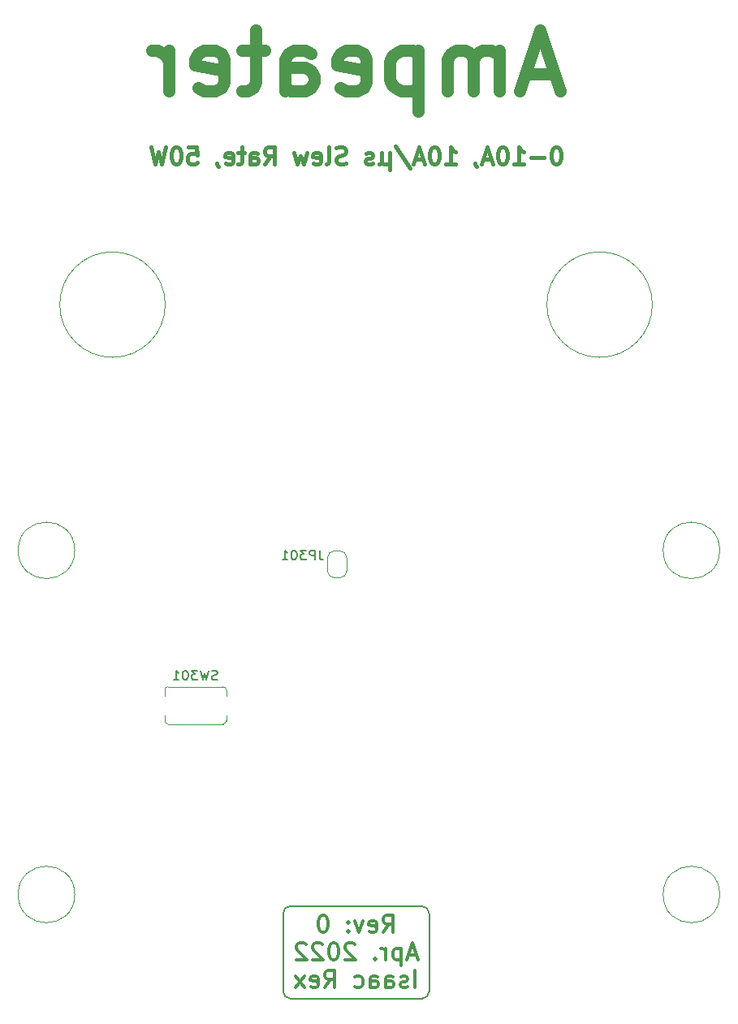
<source format=gbr>
%TF.GenerationSoftware,KiCad,Pcbnew,(6.0.4-0)*%
%TF.CreationDate,2022-04-10T17:45:33-05:00*%
%TF.ProjectId,Ampeater,416d7065-6174-4657-922e-6b696361645f,rev?*%
%TF.SameCoordinates,Original*%
%TF.FileFunction,Legend,Bot*%
%TF.FilePolarity,Positive*%
%FSLAX46Y46*%
G04 Gerber Fmt 4.6, Leading zero omitted, Abs format (unit mm)*
G04 Created by KiCad (PCBNEW (6.0.4-0)) date 2022-04-10 17:45:33*
%MOMM*%
%LPD*%
G01*
G04 APERTURE LIST*
%ADD10C,0.203200*%
%ADD11C,0.355600*%
%ADD12C,1.270000*%
%ADD13C,0.381000*%
%ADD14C,0.150000*%
%ADD15C,0.120000*%
G04 APERTURE END LIST*
D10*
X132842000Y-144241185D02*
X132842000Y-136113185D01*
X118364000Y-145003185D02*
X132080000Y-145003185D01*
X132080000Y-135351185D02*
X118364000Y-135351185D01*
X117602000Y-136113185D02*
X117602000Y-144241185D01*
X132080000Y-145003185D02*
G75*
G03*
X132842000Y-144241185I0J762000D01*
G01*
X132842000Y-136113185D02*
G75*
G03*
X132080000Y-135351185I-762000J0D01*
G01*
X118364000Y-135351185D02*
G75*
G03*
X117602000Y-136113185I0J-762000D01*
G01*
X117602000Y-144241185D02*
G75*
G03*
X118364000Y-145003185I762000J0D01*
G01*
D11*
X128058333Y-138118938D02*
X128651000Y-137272271D01*
X129074333Y-138118938D02*
X129074333Y-136340938D01*
X128397000Y-136340938D01*
X128227666Y-136425605D01*
X128143000Y-136510271D01*
X128058333Y-136679605D01*
X128058333Y-136933605D01*
X128143000Y-137102938D01*
X128227666Y-137187605D01*
X128397000Y-137272271D01*
X129074333Y-137272271D01*
X126619000Y-138034271D02*
X126788333Y-138118938D01*
X127127000Y-138118938D01*
X127296333Y-138034271D01*
X127381000Y-137864938D01*
X127381000Y-137187605D01*
X127296333Y-137018271D01*
X127127000Y-136933605D01*
X126788333Y-136933605D01*
X126619000Y-137018271D01*
X126534333Y-137187605D01*
X126534333Y-137356938D01*
X127381000Y-137526271D01*
X125941666Y-136933605D02*
X125518333Y-138118938D01*
X125095000Y-136933605D01*
X124417666Y-137949605D02*
X124333000Y-138034271D01*
X124417666Y-138118938D01*
X124502333Y-138034271D01*
X124417666Y-137949605D01*
X124417666Y-138118938D01*
X124417666Y-137018271D02*
X124333000Y-137102938D01*
X124417666Y-137187605D01*
X124502333Y-137102938D01*
X124417666Y-137018271D01*
X124417666Y-137187605D01*
X121877666Y-136340938D02*
X121708333Y-136340938D01*
X121539000Y-136425605D01*
X121454333Y-136510271D01*
X121369666Y-136679605D01*
X121285000Y-137018271D01*
X121285000Y-137441605D01*
X121369666Y-137780271D01*
X121454333Y-137949605D01*
X121539000Y-138034271D01*
X121708333Y-138118938D01*
X121877666Y-138118938D01*
X122047000Y-138034271D01*
X122131666Y-137949605D01*
X122216333Y-137780271D01*
X122301000Y-137441605D01*
X122301000Y-137018271D01*
X122216333Y-136679605D01*
X122131666Y-136510271D01*
X122047000Y-136425605D01*
X121877666Y-136340938D01*
X131487333Y-140473518D02*
X130640666Y-140473518D01*
X131656666Y-140981518D02*
X131064000Y-139203518D01*
X130471333Y-140981518D01*
X129878666Y-139796185D02*
X129878666Y-141574185D01*
X129878666Y-139880851D02*
X129709333Y-139796185D01*
X129370666Y-139796185D01*
X129201333Y-139880851D01*
X129116666Y-139965518D01*
X129032000Y-140134851D01*
X129032000Y-140642851D01*
X129116666Y-140812185D01*
X129201333Y-140896851D01*
X129370666Y-140981518D01*
X129709333Y-140981518D01*
X129878666Y-140896851D01*
X128270000Y-140981518D02*
X128270000Y-139796185D01*
X128270000Y-140134851D02*
X128185333Y-139965518D01*
X128100666Y-139880851D01*
X127931333Y-139796185D01*
X127762000Y-139796185D01*
X127169333Y-140812185D02*
X127084666Y-140896851D01*
X127169333Y-140981518D01*
X127254000Y-140896851D01*
X127169333Y-140812185D01*
X127169333Y-140981518D01*
X125052666Y-139372851D02*
X124968000Y-139288185D01*
X124798666Y-139203518D01*
X124375333Y-139203518D01*
X124206000Y-139288185D01*
X124121333Y-139372851D01*
X124036666Y-139542185D01*
X124036666Y-139711518D01*
X124121333Y-139965518D01*
X125137333Y-140981518D01*
X124036666Y-140981518D01*
X122936000Y-139203518D02*
X122766666Y-139203518D01*
X122597333Y-139288185D01*
X122512666Y-139372851D01*
X122428000Y-139542185D01*
X122343333Y-139880851D01*
X122343333Y-140304185D01*
X122428000Y-140642851D01*
X122512666Y-140812185D01*
X122597333Y-140896851D01*
X122766666Y-140981518D01*
X122936000Y-140981518D01*
X123105333Y-140896851D01*
X123190000Y-140812185D01*
X123274666Y-140642851D01*
X123359333Y-140304185D01*
X123359333Y-139880851D01*
X123274666Y-139542185D01*
X123190000Y-139372851D01*
X123105333Y-139288185D01*
X122936000Y-139203518D01*
X121666000Y-139372851D02*
X121581333Y-139288185D01*
X121412000Y-139203518D01*
X120988666Y-139203518D01*
X120819333Y-139288185D01*
X120734666Y-139372851D01*
X120650000Y-139542185D01*
X120650000Y-139711518D01*
X120734666Y-139965518D01*
X121750666Y-140981518D01*
X120650000Y-140981518D01*
X119972666Y-139372851D02*
X119888000Y-139288185D01*
X119718666Y-139203518D01*
X119295333Y-139203518D01*
X119126000Y-139288185D01*
X119041333Y-139372851D01*
X118956666Y-139542185D01*
X118956666Y-139711518D01*
X119041333Y-139965518D01*
X120057333Y-140981518D01*
X118956666Y-140981518D01*
X131360333Y-143844098D02*
X131360333Y-142066098D01*
X130598333Y-143759431D02*
X130429000Y-143844098D01*
X130090333Y-143844098D01*
X129921000Y-143759431D01*
X129836333Y-143590098D01*
X129836333Y-143505431D01*
X129921000Y-143336098D01*
X130090333Y-143251431D01*
X130344333Y-143251431D01*
X130513666Y-143166765D01*
X130598333Y-142997431D01*
X130598333Y-142912765D01*
X130513666Y-142743431D01*
X130344333Y-142658765D01*
X130090333Y-142658765D01*
X129921000Y-142743431D01*
X128312333Y-143844098D02*
X128312333Y-142912765D01*
X128397000Y-142743431D01*
X128566333Y-142658765D01*
X128905000Y-142658765D01*
X129074333Y-142743431D01*
X128312333Y-143759431D02*
X128481666Y-143844098D01*
X128905000Y-143844098D01*
X129074333Y-143759431D01*
X129159000Y-143590098D01*
X129159000Y-143420765D01*
X129074333Y-143251431D01*
X128905000Y-143166765D01*
X128481666Y-143166765D01*
X128312333Y-143082098D01*
X126703666Y-143844098D02*
X126703666Y-142912765D01*
X126788333Y-142743431D01*
X126957666Y-142658765D01*
X127296333Y-142658765D01*
X127465666Y-142743431D01*
X126703666Y-143759431D02*
X126873000Y-143844098D01*
X127296333Y-143844098D01*
X127465666Y-143759431D01*
X127550333Y-143590098D01*
X127550333Y-143420765D01*
X127465666Y-143251431D01*
X127296333Y-143166765D01*
X126873000Y-143166765D01*
X126703666Y-143082098D01*
X125095000Y-143759431D02*
X125264333Y-143844098D01*
X125603000Y-143844098D01*
X125772333Y-143759431D01*
X125857000Y-143674765D01*
X125941666Y-143505431D01*
X125941666Y-142997431D01*
X125857000Y-142828098D01*
X125772333Y-142743431D01*
X125603000Y-142658765D01*
X125264333Y-142658765D01*
X125095000Y-142743431D01*
X121962333Y-143844098D02*
X122555000Y-142997431D01*
X122978333Y-143844098D02*
X122978333Y-142066098D01*
X122301000Y-142066098D01*
X122131666Y-142150765D01*
X122047000Y-142235431D01*
X121962333Y-142404765D01*
X121962333Y-142658765D01*
X122047000Y-142828098D01*
X122131666Y-142912765D01*
X122301000Y-142997431D01*
X122978333Y-142997431D01*
X120523000Y-143759431D02*
X120692333Y-143844098D01*
X121031000Y-143844098D01*
X121200333Y-143759431D01*
X121285000Y-143590098D01*
X121285000Y-142912765D01*
X121200333Y-142743431D01*
X121031000Y-142658765D01*
X120692333Y-142658765D01*
X120523000Y-142743431D01*
X120438333Y-142912765D01*
X120438333Y-143082098D01*
X121285000Y-143251431D01*
X119845666Y-143844098D02*
X118914333Y-142658765D01*
X119845666Y-142658765D02*
X118914333Y-143844098D01*
D12*
X145935095Y-48556333D02*
X142911285Y-48556333D01*
X146539857Y-50370619D02*
X144423190Y-44020619D01*
X142306523Y-50370619D01*
X140189857Y-50370619D02*
X140189857Y-46137285D01*
X140189857Y-46742047D02*
X139887476Y-46439666D01*
X139282714Y-46137285D01*
X138375571Y-46137285D01*
X137770809Y-46439666D01*
X137468428Y-47044428D01*
X137468428Y-50370619D01*
X137468428Y-47044428D02*
X137166047Y-46439666D01*
X136561285Y-46137285D01*
X135654142Y-46137285D01*
X135049380Y-46439666D01*
X134747000Y-47044428D01*
X134747000Y-50370619D01*
X131723190Y-46137285D02*
X131723190Y-52487285D01*
X131723190Y-46439666D02*
X131118428Y-46137285D01*
X129908904Y-46137285D01*
X129304142Y-46439666D01*
X129001761Y-46742047D01*
X128699380Y-47346809D01*
X128699380Y-49161095D01*
X129001761Y-49765857D01*
X129304142Y-50068238D01*
X129908904Y-50370619D01*
X131118428Y-50370619D01*
X131723190Y-50068238D01*
X123558904Y-50068238D02*
X124163666Y-50370619D01*
X125373190Y-50370619D01*
X125977952Y-50068238D01*
X126280333Y-49463476D01*
X126280333Y-47044428D01*
X125977952Y-46439666D01*
X125373190Y-46137285D01*
X124163666Y-46137285D01*
X123558904Y-46439666D01*
X123256523Y-47044428D01*
X123256523Y-47649190D01*
X126280333Y-48253952D01*
X117813666Y-50370619D02*
X117813666Y-47044428D01*
X118116047Y-46439666D01*
X118720809Y-46137285D01*
X119930333Y-46137285D01*
X120535095Y-46439666D01*
X117813666Y-50068238D02*
X118418428Y-50370619D01*
X119930333Y-50370619D01*
X120535095Y-50068238D01*
X120837476Y-49463476D01*
X120837476Y-48858714D01*
X120535095Y-48253952D01*
X119930333Y-47951571D01*
X118418428Y-47951571D01*
X117813666Y-47649190D01*
X115697000Y-46137285D02*
X113277952Y-46137285D01*
X114789857Y-44020619D02*
X114789857Y-49463476D01*
X114487476Y-50068238D01*
X113882714Y-50370619D01*
X113277952Y-50370619D01*
X108742238Y-50068238D02*
X109347000Y-50370619D01*
X110556523Y-50370619D01*
X111161285Y-50068238D01*
X111463666Y-49463476D01*
X111463666Y-47044428D01*
X111161285Y-46439666D01*
X110556523Y-46137285D01*
X109347000Y-46137285D01*
X108742238Y-46439666D01*
X108439857Y-47044428D01*
X108439857Y-47649190D01*
X111463666Y-48253952D01*
X105718428Y-50370619D02*
X105718428Y-46137285D01*
X105718428Y-47346809D02*
X105416047Y-46742047D01*
X105113666Y-46439666D01*
X104508904Y-46137285D01*
X103904142Y-46137285D01*
D13*
X146134666Y-56176333D02*
X145965333Y-56176333D01*
X145796000Y-56261000D01*
X145711333Y-56345666D01*
X145626666Y-56515000D01*
X145542000Y-56853666D01*
X145542000Y-57277000D01*
X145626666Y-57615666D01*
X145711333Y-57785000D01*
X145796000Y-57869666D01*
X145965333Y-57954333D01*
X146134666Y-57954333D01*
X146304000Y-57869666D01*
X146388666Y-57785000D01*
X146473333Y-57615666D01*
X146558000Y-57277000D01*
X146558000Y-56853666D01*
X146473333Y-56515000D01*
X146388666Y-56345666D01*
X146304000Y-56261000D01*
X146134666Y-56176333D01*
X144780000Y-57277000D02*
X143425333Y-57277000D01*
X141647333Y-57954333D02*
X142663333Y-57954333D01*
X142155333Y-57954333D02*
X142155333Y-56176333D01*
X142324666Y-56430333D01*
X142494000Y-56599666D01*
X142663333Y-56684333D01*
X140546666Y-56176333D02*
X140377333Y-56176333D01*
X140208000Y-56261000D01*
X140123333Y-56345666D01*
X140038666Y-56515000D01*
X139954000Y-56853666D01*
X139954000Y-57277000D01*
X140038666Y-57615666D01*
X140123333Y-57785000D01*
X140208000Y-57869666D01*
X140377333Y-57954333D01*
X140546666Y-57954333D01*
X140716000Y-57869666D01*
X140800666Y-57785000D01*
X140885333Y-57615666D01*
X140970000Y-57277000D01*
X140970000Y-56853666D01*
X140885333Y-56515000D01*
X140800666Y-56345666D01*
X140716000Y-56261000D01*
X140546666Y-56176333D01*
X139276666Y-57446333D02*
X138430000Y-57446333D01*
X139446000Y-57954333D02*
X138853333Y-56176333D01*
X138260666Y-57954333D01*
X137583333Y-57869666D02*
X137583333Y-57954333D01*
X137668000Y-58123666D01*
X137752666Y-58208333D01*
X134535333Y-57954333D02*
X135551333Y-57954333D01*
X135043333Y-57954333D02*
X135043333Y-56176333D01*
X135212666Y-56430333D01*
X135382000Y-56599666D01*
X135551333Y-56684333D01*
X133434666Y-56176333D02*
X133265333Y-56176333D01*
X133095999Y-56261000D01*
X133011333Y-56345666D01*
X132926666Y-56515000D01*
X132841999Y-56853666D01*
X132841999Y-57277000D01*
X132926666Y-57615666D01*
X133011333Y-57785000D01*
X133095999Y-57869666D01*
X133265333Y-57954333D01*
X133434666Y-57954333D01*
X133603999Y-57869666D01*
X133688666Y-57785000D01*
X133773333Y-57615666D01*
X133857999Y-57277000D01*
X133857999Y-56853666D01*
X133773333Y-56515000D01*
X133688666Y-56345666D01*
X133603999Y-56261000D01*
X133434666Y-56176333D01*
X132164666Y-57446333D02*
X131318000Y-57446333D01*
X132334000Y-57954333D02*
X131741333Y-56176333D01*
X131148666Y-57954333D01*
X129286000Y-56091666D02*
X130810000Y-58377666D01*
X128693333Y-56769000D02*
X128693333Y-58547000D01*
X127846666Y-57700333D02*
X127761999Y-57869666D01*
X127592666Y-57954333D01*
X128693333Y-57700333D02*
X128608666Y-57869666D01*
X128439333Y-57954333D01*
X128100666Y-57954333D01*
X127931333Y-57869666D01*
X127846666Y-57700333D01*
X127846666Y-56769000D01*
X126915333Y-57869666D02*
X126745999Y-57954333D01*
X126407333Y-57954333D01*
X126237999Y-57869666D01*
X126153333Y-57700333D01*
X126153333Y-57615666D01*
X126237999Y-57446333D01*
X126407333Y-57361666D01*
X126661333Y-57361666D01*
X126830666Y-57277000D01*
X126915333Y-57107666D01*
X126915333Y-57023000D01*
X126830666Y-56853666D01*
X126661333Y-56769000D01*
X126407333Y-56769000D01*
X126237999Y-56853666D01*
X124121333Y-57869666D02*
X123867333Y-57954333D01*
X123443999Y-57954333D01*
X123274666Y-57869666D01*
X123189999Y-57785000D01*
X123105333Y-57615666D01*
X123105333Y-57446333D01*
X123189999Y-57277000D01*
X123274666Y-57192333D01*
X123443999Y-57107666D01*
X123782666Y-57023000D01*
X123951999Y-56938333D01*
X124036666Y-56853666D01*
X124121333Y-56684333D01*
X124121333Y-56515000D01*
X124036666Y-56345666D01*
X123951999Y-56261000D01*
X123782666Y-56176333D01*
X123359333Y-56176333D01*
X123105333Y-56261000D01*
X122089333Y-57954333D02*
X122258666Y-57869666D01*
X122343333Y-57700333D01*
X122343333Y-56176333D01*
X120734666Y-57869666D02*
X120904000Y-57954333D01*
X121242666Y-57954333D01*
X121412000Y-57869666D01*
X121496666Y-57700333D01*
X121496666Y-57023000D01*
X121412000Y-56853666D01*
X121242666Y-56769000D01*
X120904000Y-56769000D01*
X120734666Y-56853666D01*
X120650000Y-57023000D01*
X120650000Y-57192333D01*
X121496666Y-57361666D01*
X120057333Y-56769000D02*
X119718666Y-57954333D01*
X119379999Y-57107666D01*
X119041333Y-57954333D01*
X118702666Y-56769000D01*
X115654666Y-57954333D02*
X116247333Y-57107666D01*
X116670666Y-57954333D02*
X116670666Y-56176333D01*
X115993333Y-56176333D01*
X115824000Y-56261000D01*
X115739333Y-56345666D01*
X115654666Y-56515000D01*
X115654666Y-56769000D01*
X115739333Y-56938333D01*
X115824000Y-57023000D01*
X115993333Y-57107666D01*
X116670666Y-57107666D01*
X114130666Y-57954333D02*
X114130666Y-57023000D01*
X114215333Y-56853666D01*
X114384666Y-56769000D01*
X114723333Y-56769000D01*
X114892666Y-56853666D01*
X114130666Y-57869666D02*
X114300000Y-57954333D01*
X114723333Y-57954333D01*
X114892666Y-57869666D01*
X114977333Y-57700333D01*
X114977333Y-57531000D01*
X114892666Y-57361666D01*
X114723333Y-57277000D01*
X114300000Y-57277000D01*
X114130666Y-57192333D01*
X113538000Y-56769000D02*
X112860666Y-56769000D01*
X113284000Y-56176333D02*
X113284000Y-57700333D01*
X113199333Y-57869666D01*
X113030000Y-57954333D01*
X112860666Y-57954333D01*
X111590666Y-57869666D02*
X111760000Y-57954333D01*
X112098666Y-57954333D01*
X112268000Y-57869666D01*
X112352666Y-57700333D01*
X112352666Y-57023000D01*
X112268000Y-56853666D01*
X112098666Y-56769000D01*
X111760000Y-56769000D01*
X111590666Y-56853666D01*
X111506000Y-57023000D01*
X111506000Y-57192333D01*
X112352666Y-57361666D01*
X110659333Y-57869666D02*
X110659333Y-57954333D01*
X110744000Y-58123666D01*
X110828666Y-58208333D01*
X107696000Y-56176333D02*
X108542666Y-56176333D01*
X108627333Y-57023000D01*
X108542666Y-56938333D01*
X108373333Y-56853666D01*
X107950000Y-56853666D01*
X107780666Y-56938333D01*
X107696000Y-57023000D01*
X107611333Y-57192333D01*
X107611333Y-57615666D01*
X107696000Y-57785000D01*
X107780666Y-57869666D01*
X107950000Y-57954333D01*
X108373333Y-57954333D01*
X108542666Y-57869666D01*
X108627333Y-57785000D01*
X106510666Y-56176333D02*
X106341333Y-56176333D01*
X106172000Y-56261000D01*
X106087333Y-56345666D01*
X106002666Y-56515000D01*
X105918000Y-56853666D01*
X105918000Y-57277000D01*
X106002666Y-57615666D01*
X106087333Y-57785000D01*
X106172000Y-57869666D01*
X106341333Y-57954333D01*
X106510666Y-57954333D01*
X106680000Y-57869666D01*
X106764666Y-57785000D01*
X106849333Y-57615666D01*
X106934000Y-57277000D01*
X106934000Y-56853666D01*
X106849333Y-56515000D01*
X106764666Y-56345666D01*
X106680000Y-56261000D01*
X106510666Y-56176333D01*
X105325333Y-56176333D02*
X104902000Y-57954333D01*
X104563333Y-56684333D01*
X104224666Y-57954333D01*
X103801333Y-56176333D01*
D14*
%TO.C,SW301*%
X110743714Y-111741861D02*
X110600857Y-111789480D01*
X110362761Y-111789480D01*
X110267523Y-111741861D01*
X110219904Y-111694242D01*
X110172285Y-111599004D01*
X110172285Y-111503766D01*
X110219904Y-111408528D01*
X110267523Y-111360909D01*
X110362761Y-111313290D01*
X110553238Y-111265671D01*
X110648476Y-111218052D01*
X110696095Y-111170433D01*
X110743714Y-111075195D01*
X110743714Y-110979957D01*
X110696095Y-110884719D01*
X110648476Y-110837100D01*
X110553238Y-110789480D01*
X110315142Y-110789480D01*
X110172285Y-110837100D01*
X109838952Y-110789480D02*
X109600857Y-111789480D01*
X109410380Y-111075195D01*
X109219904Y-111789480D01*
X108981809Y-110789480D01*
X108696095Y-110789480D02*
X108077047Y-110789480D01*
X108410380Y-111170433D01*
X108267523Y-111170433D01*
X108172285Y-111218052D01*
X108124666Y-111265671D01*
X108077047Y-111360909D01*
X108077047Y-111599004D01*
X108124666Y-111694242D01*
X108172285Y-111741861D01*
X108267523Y-111789480D01*
X108553238Y-111789480D01*
X108648476Y-111741861D01*
X108696095Y-111694242D01*
X107458000Y-110789480D02*
X107362761Y-110789480D01*
X107267523Y-110837100D01*
X107219904Y-110884719D01*
X107172285Y-110979957D01*
X107124666Y-111170433D01*
X107124666Y-111408528D01*
X107172285Y-111599004D01*
X107219904Y-111694242D01*
X107267523Y-111741861D01*
X107362761Y-111789480D01*
X107458000Y-111789480D01*
X107553238Y-111741861D01*
X107600857Y-111694242D01*
X107648476Y-111599004D01*
X107696095Y-111408528D01*
X107696095Y-111170433D01*
X107648476Y-110979957D01*
X107600857Y-110884719D01*
X107553238Y-110837100D01*
X107458000Y-110789480D01*
X106172285Y-111789480D02*
X106743714Y-111789480D01*
X106458000Y-111789480D02*
X106458000Y-110789480D01*
X106553238Y-110932338D01*
X106648476Y-111027576D01*
X106743714Y-111075195D01*
%TO.C,JP301*%
X121419714Y-98258380D02*
X121419714Y-98972666D01*
X121467333Y-99115523D01*
X121562571Y-99210761D01*
X121705428Y-99258380D01*
X121800666Y-99258380D01*
X120943523Y-99258380D02*
X120943523Y-98258380D01*
X120562571Y-98258380D01*
X120467333Y-98306000D01*
X120419714Y-98353619D01*
X120372095Y-98448857D01*
X120372095Y-98591714D01*
X120419714Y-98686952D01*
X120467333Y-98734571D01*
X120562571Y-98782190D01*
X120943523Y-98782190D01*
X120038761Y-98258380D02*
X119419714Y-98258380D01*
X119753047Y-98639333D01*
X119610190Y-98639333D01*
X119514952Y-98686952D01*
X119467333Y-98734571D01*
X119419714Y-98829809D01*
X119419714Y-99067904D01*
X119467333Y-99163142D01*
X119514952Y-99210761D01*
X119610190Y-99258380D01*
X119895904Y-99258380D01*
X119991142Y-99210761D01*
X120038761Y-99163142D01*
X118800666Y-98258380D02*
X118705428Y-98258380D01*
X118610190Y-98306000D01*
X118562571Y-98353619D01*
X118514952Y-98448857D01*
X118467333Y-98639333D01*
X118467333Y-98877428D01*
X118514952Y-99067904D01*
X118562571Y-99163142D01*
X118610190Y-99210761D01*
X118705428Y-99258380D01*
X118800666Y-99258380D01*
X118895904Y-99210761D01*
X118943523Y-99163142D01*
X118991142Y-99067904D01*
X119038761Y-98877428D01*
X119038761Y-98639333D01*
X118991142Y-98448857D01*
X118943523Y-98353619D01*
X118895904Y-98306000D01*
X118800666Y-98258380D01*
X117514952Y-99258380D02*
X118086380Y-99258380D01*
X117800666Y-99258380D02*
X117800666Y-98258380D01*
X117895904Y-98401238D01*
X117991142Y-98496476D01*
X118086380Y-98544095D01*
D15*
%TO.C,DS301*%
X163141991Y-98265000D02*
G75*
G03*
X163141991Y-98265000I-2950000J0D01*
G01*
X163141991Y-134145000D02*
G75*
G03*
X163141991Y-134145000I-2950000J0D01*
G01*
X95881991Y-98265000D02*
G75*
G03*
X95881991Y-98265000I-2950000J0D01*
G01*
X95881991Y-134145000D02*
G75*
G03*
X95881991Y-134145000I-2950000J0D01*
G01*
%TO.C,HS201*%
X105322000Y-72644000D02*
G75*
G03*
X105322000Y-72644000I-5500000J0D01*
G01*
X156122000Y-72644000D02*
G75*
G03*
X156122000Y-72644000I-5500000J0D01*
G01*
%TO.C,SW301*%
X111333401Y-112483732D02*
X105587727Y-112483732D01*
X105587619Y-116370453D02*
X111333401Y-116370453D01*
X105287007Y-116027099D02*
X105287007Y-115437100D01*
X111676754Y-116027099D02*
X111676754Y-115437100D01*
X111676755Y-113417085D02*
X111676755Y-112827086D01*
X105287008Y-113417099D02*
X105287008Y-112827100D01*
X105287008Y-116027099D02*
G75*
G03*
X105587619Y-116370453I346392J-1D01*
G01*
X111676768Y-112827086D02*
G75*
G03*
X111333401Y-112483732I-343368J-14D01*
G01*
X111333401Y-116370454D02*
G75*
G03*
X111676754Y-116027099I-1J343354D01*
G01*
X105587726Y-112483732D02*
G75*
G03*
X105287008Y-112827100I45674J-343368D01*
G01*
%TO.C,JP301*%
X123540800Y-98320400D02*
X122940800Y-98320400D01*
X122940800Y-101120400D02*
X123540800Y-101120400D01*
X124240800Y-100420400D02*
X124240800Y-99020400D01*
X122240800Y-99020400D02*
X122240800Y-100420400D01*
X122940800Y-98320400D02*
G75*
G03*
X122240800Y-99020400I0J-700000D01*
G01*
X123540800Y-101120400D02*
G75*
G03*
X124240800Y-100420400I1J699999D01*
G01*
X124240800Y-99020400D02*
G75*
G03*
X123540800Y-98320400I-700000J0D01*
G01*
X122240800Y-100420400D02*
G75*
G03*
X122940800Y-101120400I699999J-1D01*
G01*
%TD*%
M02*

</source>
